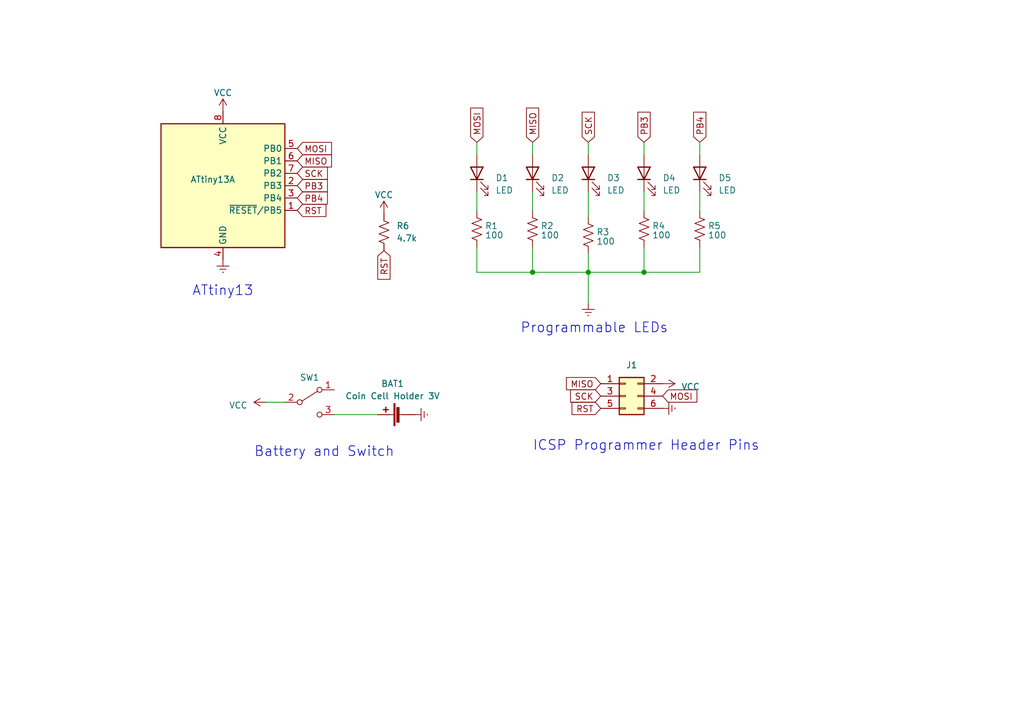
<source format=kicad_sch>
(kicad_sch (version 20230121) (generator eeschema)

  (uuid 5df35fb8-dff4-4661-b07b-6cca2458bfeb)

  (paper "A5")

  (title_block
    (title "Programmable ICSP Star Necklace")
    (date "2024-03-22")
    (rev "1")
    (company "Angelina Tsuboi")
  )

  (lib_symbols
    (symbol "Connector_Generic:Conn_02x03_Odd_Even" (pin_names (offset 1.016) hide) (in_bom yes) (on_board yes)
      (property "Reference" "J" (at 1.27 5.08 0)
        (effects (font (size 1.27 1.27)))
      )
      (property "Value" "Conn_02x03_Odd_Even" (at 1.27 -5.08 0)
        (effects (font (size 1.27 1.27)))
      )
      (property "Footprint" "" (at 0 0 0)
        (effects (font (size 1.27 1.27)) hide)
      )
      (property "Datasheet" "~" (at 0 0 0)
        (effects (font (size 1.27 1.27)) hide)
      )
      (property "ki_keywords" "connector" (at 0 0 0)
        (effects (font (size 1.27 1.27)) hide)
      )
      (property "ki_description" "Generic connector, double row, 02x03, odd/even pin numbering scheme (row 1 odd numbers, row 2 even numbers), script generated (kicad-library-utils/schlib/autogen/connector/)" (at 0 0 0)
        (effects (font (size 1.27 1.27)) hide)
      )
      (property "ki_fp_filters" "Connector*:*_2x??_*" (at 0 0 0)
        (effects (font (size 1.27 1.27)) hide)
      )
      (symbol "Conn_02x03_Odd_Even_1_1"
        (rectangle (start -1.27 -2.413) (end 0 -2.667)
          (stroke (width 0.1524) (type default))
          (fill (type none))
        )
        (rectangle (start -1.27 0.127) (end 0 -0.127)
          (stroke (width 0.1524) (type default))
          (fill (type none))
        )
        (rectangle (start -1.27 2.667) (end 0 2.413)
          (stroke (width 0.1524) (type default))
          (fill (type none))
        )
        (rectangle (start -1.27 3.81) (end 3.81 -3.81)
          (stroke (width 0.254) (type default))
          (fill (type background))
        )
        (rectangle (start 3.81 -2.413) (end 2.54 -2.667)
          (stroke (width 0.1524) (type default))
          (fill (type none))
        )
        (rectangle (start 3.81 0.127) (end 2.54 -0.127)
          (stroke (width 0.1524) (type default))
          (fill (type none))
        )
        (rectangle (start 3.81 2.667) (end 2.54 2.413)
          (stroke (width 0.1524) (type default))
          (fill (type none))
        )
        (pin passive line (at -5.08 2.54 0) (length 3.81)
          (name "Pin_1" (effects (font (size 1.27 1.27))))
          (number "1" (effects (font (size 1.27 1.27))))
        )
        (pin passive line (at 7.62 2.54 180) (length 3.81)
          (name "Pin_2" (effects (font (size 1.27 1.27))))
          (number "2" (effects (font (size 1.27 1.27))))
        )
        (pin passive line (at -5.08 0 0) (length 3.81)
          (name "Pin_3" (effects (font (size 1.27 1.27))))
          (number "3" (effects (font (size 1.27 1.27))))
        )
        (pin passive line (at 7.62 0 180) (length 3.81)
          (name "Pin_4" (effects (font (size 1.27 1.27))))
          (number "4" (effects (font (size 1.27 1.27))))
        )
        (pin passive line (at -5.08 -2.54 0) (length 3.81)
          (name "Pin_5" (effects (font (size 1.27 1.27))))
          (number "5" (effects (font (size 1.27 1.27))))
        )
        (pin passive line (at 7.62 -2.54 180) (length 3.81)
          (name "Pin_6" (effects (font (size 1.27 1.27))))
          (number "6" (effects (font (size 1.27 1.27))))
        )
      )
    )
    (symbol "Device:Battery_Cell" (pin_numbers hide) (pin_names (offset 0) hide) (in_bom yes) (on_board yes)
      (property "Reference" "BT" (at 2.54 2.54 0)
        (effects (font (size 1.27 1.27)) (justify left))
      )
      (property "Value" "Battery_Cell" (at 2.54 0 0)
        (effects (font (size 1.27 1.27)) (justify left))
      )
      (property "Footprint" "" (at 0 1.524 90)
        (effects (font (size 1.27 1.27)) hide)
      )
      (property "Datasheet" "~" (at 0 1.524 90)
        (effects (font (size 1.27 1.27)) hide)
      )
      (property "ki_keywords" "battery cell" (at 0 0 0)
        (effects (font (size 1.27 1.27)) hide)
      )
      (property "ki_description" "Single-cell battery" (at 0 0 0)
        (effects (font (size 1.27 1.27)) hide)
      )
      (symbol "Battery_Cell_0_1"
        (rectangle (start -2.286 1.778) (end 2.286 1.524)
          (stroke (width 0) (type default))
          (fill (type outline))
        )
        (rectangle (start -1.5748 1.1938) (end 1.4732 0.6858)
          (stroke (width 0) (type default))
          (fill (type outline))
        )
        (polyline
          (pts
            (xy 0 0.762)
            (xy 0 0)
          )
          (stroke (width 0) (type default))
          (fill (type none))
        )
        (polyline
          (pts
            (xy 0 1.778)
            (xy 0 2.54)
          )
          (stroke (width 0) (type default))
          (fill (type none))
        )
        (polyline
          (pts
            (xy 0.508 3.429)
            (xy 1.524 3.429)
          )
          (stroke (width 0.254) (type default))
          (fill (type none))
        )
        (polyline
          (pts
            (xy 1.016 3.937)
            (xy 1.016 2.921)
          )
          (stroke (width 0.254) (type default))
          (fill (type none))
        )
      )
      (symbol "Battery_Cell_1_1"
        (pin passive line (at 0 5.08 270) (length 2.54)
          (name "+" (effects (font (size 1.27 1.27))))
          (number "1" (effects (font (size 1.27 1.27))))
        )
        (pin passive line (at 0 -2.54 90) (length 2.54)
          (name "-" (effects (font (size 1.27 1.27))))
          (number "2" (effects (font (size 1.27 1.27))))
        )
      )
    )
    (symbol "Device:LED" (pin_numbers hide) (pin_names (offset 1.016) hide) (in_bom yes) (on_board yes)
      (property "Reference" "D" (at 0 2.54 0)
        (effects (font (size 1.27 1.27)))
      )
      (property "Value" "LED" (at 0 -2.54 0)
        (effects (font (size 1.27 1.27)))
      )
      (property "Footprint" "" (at 0 0 0)
        (effects (font (size 1.27 1.27)) hide)
      )
      (property "Datasheet" "~" (at 0 0 0)
        (effects (font (size 1.27 1.27)) hide)
      )
      (property "ki_keywords" "LED diode" (at 0 0 0)
        (effects (font (size 1.27 1.27)) hide)
      )
      (property "ki_description" "Light emitting diode" (at 0 0 0)
        (effects (font (size 1.27 1.27)) hide)
      )
      (property "ki_fp_filters" "LED* LED_SMD:* LED_THT:*" (at 0 0 0)
        (effects (font (size 1.27 1.27)) hide)
      )
      (symbol "LED_0_1"
        (polyline
          (pts
            (xy -1.27 -1.27)
            (xy -1.27 1.27)
          )
          (stroke (width 0.254) (type default))
          (fill (type none))
        )
        (polyline
          (pts
            (xy -1.27 0)
            (xy 1.27 0)
          )
          (stroke (width 0) (type default))
          (fill (type none))
        )
        (polyline
          (pts
            (xy 1.27 -1.27)
            (xy 1.27 1.27)
            (xy -1.27 0)
            (xy 1.27 -1.27)
          )
          (stroke (width 0.254) (type default))
          (fill (type none))
        )
        (polyline
          (pts
            (xy -3.048 -0.762)
            (xy -4.572 -2.286)
            (xy -3.81 -2.286)
            (xy -4.572 -2.286)
            (xy -4.572 -1.524)
          )
          (stroke (width 0) (type default))
          (fill (type none))
        )
        (polyline
          (pts
            (xy -1.778 -0.762)
            (xy -3.302 -2.286)
            (xy -2.54 -2.286)
            (xy -3.302 -2.286)
            (xy -3.302 -1.524)
          )
          (stroke (width 0) (type default))
          (fill (type none))
        )
      )
      (symbol "LED_1_1"
        (pin passive line (at -3.81 0 0) (length 2.54)
          (name "K" (effects (font (size 1.27 1.27))))
          (number "1" (effects (font (size 1.27 1.27))))
        )
        (pin passive line (at 3.81 0 180) (length 2.54)
          (name "A" (effects (font (size 1.27 1.27))))
          (number "2" (effects (font (size 1.27 1.27))))
        )
      )
    )
    (symbol "Device:R_US" (pin_numbers hide) (pin_names (offset 0)) (in_bom yes) (on_board yes)
      (property "Reference" "R" (at 2.54 0 90)
        (effects (font (size 1.27 1.27)))
      )
      (property "Value" "R_US" (at -2.54 0 90)
        (effects (font (size 1.27 1.27)))
      )
      (property "Footprint" "" (at 1.016 -0.254 90)
        (effects (font (size 1.27 1.27)) hide)
      )
      (property "Datasheet" "~" (at 0 0 0)
        (effects (font (size 1.27 1.27)) hide)
      )
      (property "ki_keywords" "R res resistor" (at 0 0 0)
        (effects (font (size 1.27 1.27)) hide)
      )
      (property "ki_description" "Resistor, US symbol" (at 0 0 0)
        (effects (font (size 1.27 1.27)) hide)
      )
      (property "ki_fp_filters" "R_*" (at 0 0 0)
        (effects (font (size 1.27 1.27)) hide)
      )
      (symbol "R_US_0_1"
        (polyline
          (pts
            (xy 0 -2.286)
            (xy 0 -2.54)
          )
          (stroke (width 0) (type default))
          (fill (type none))
        )
        (polyline
          (pts
            (xy 0 2.286)
            (xy 0 2.54)
          )
          (stroke (width 0) (type default))
          (fill (type none))
        )
        (polyline
          (pts
            (xy 0 -0.762)
            (xy 1.016 -1.143)
            (xy 0 -1.524)
            (xy -1.016 -1.905)
            (xy 0 -2.286)
          )
          (stroke (width 0) (type default))
          (fill (type none))
        )
        (polyline
          (pts
            (xy 0 0.762)
            (xy 1.016 0.381)
            (xy 0 0)
            (xy -1.016 -0.381)
            (xy 0 -0.762)
          )
          (stroke (width 0) (type default))
          (fill (type none))
        )
        (polyline
          (pts
            (xy 0 2.286)
            (xy 1.016 1.905)
            (xy 0 1.524)
            (xy -1.016 1.143)
            (xy 0 0.762)
          )
          (stroke (width 0) (type default))
          (fill (type none))
        )
      )
      (symbol "R_US_1_1"
        (pin passive line (at 0 3.81 270) (length 1.27)
          (name "~" (effects (font (size 1.27 1.27))))
          (number "1" (effects (font (size 1.27 1.27))))
        )
        (pin passive line (at 0 -3.81 90) (length 1.27)
          (name "~" (effects (font (size 1.27 1.27))))
          (number "2" (effects (font (size 1.27 1.27))))
        )
      )
    )
    (symbol "MCU_Microchip_ATtiny:ATtiny13A-SS" (in_bom yes) (on_board yes)
      (property "Reference" "U" (at -12.7 13.97 0)
        (effects (font (size 1.27 1.27)) (justify left bottom))
      )
      (property "Value" "ATtiny13A-SS" (at 2.54 -13.97 0)
        (effects (font (size 1.27 1.27)) (justify left top))
      )
      (property "Footprint" "Package_SO:SOIC-8_3.9x4.9mm_P1.27mm" (at 0 0 0)
        (effects (font (size 1.27 1.27) italic) hide)
      )
      (property "Datasheet" "http://ww1.microchip.com/downloads/en/DeviceDoc/doc8126.pdf" (at 0 0 0)
        (effects (font (size 1.27 1.27)) hide)
      )
      (property "ki_keywords" "AVR 8bit Microcontroller tinyAVR" (at 0 0 0)
        (effects (font (size 1.27 1.27)) hide)
      )
      (property "ki_description" "20MHz, 1kB Flash, 64B SRAM, 64B EEPROM, debugWIRE, SOIC-8" (at 0 0 0)
        (effects (font (size 1.27 1.27)) hide)
      )
      (property "ki_fp_filters" "SOIC*3.9x4.9mm*P1.27mm*" (at 0 0 0)
        (effects (font (size 1.27 1.27)) hide)
      )
      (symbol "ATtiny13A-SS_0_1"
        (rectangle (start -12.7 -12.7) (end 12.7 12.7)
          (stroke (width 0.254) (type default))
          (fill (type background))
        )
      )
      (symbol "ATtiny13A-SS_1_1"
        (pin bidirectional line (at 15.24 -5.08 180) (length 2.54)
          (name "~{RESET}/PB5" (effects (font (size 1.27 1.27))))
          (number "1" (effects (font (size 1.27 1.27))))
        )
        (pin bidirectional line (at 15.24 0 180) (length 2.54)
          (name "PB3" (effects (font (size 1.27 1.27))))
          (number "2" (effects (font (size 1.27 1.27))))
        )
        (pin bidirectional line (at 15.24 -2.54 180) (length 2.54)
          (name "PB4" (effects (font (size 1.27 1.27))))
          (number "3" (effects (font (size 1.27 1.27))))
        )
        (pin power_in line (at 0 -15.24 90) (length 2.54)
          (name "GND" (effects (font (size 1.27 1.27))))
          (number "4" (effects (font (size 1.27 1.27))))
        )
        (pin bidirectional line (at 15.24 7.62 180) (length 2.54)
          (name "PB0" (effects (font (size 1.27 1.27))))
          (number "5" (effects (font (size 1.27 1.27))))
        )
        (pin bidirectional line (at 15.24 5.08 180) (length 2.54)
          (name "PB1" (effects (font (size 1.27 1.27))))
          (number "6" (effects (font (size 1.27 1.27))))
        )
        (pin bidirectional line (at 15.24 2.54 180) (length 2.54)
          (name "PB2" (effects (font (size 1.27 1.27))))
          (number "7" (effects (font (size 1.27 1.27))))
        )
        (pin power_in line (at 0 15.24 270) (length 2.54)
          (name "VCC" (effects (font (size 1.27 1.27))))
          (number "8" (effects (font (size 1.27 1.27))))
        )
      )
    )
    (symbol "Switch:SW_SPDT" (pin_names (offset 0) hide) (in_bom yes) (on_board yes)
      (property "Reference" "SW" (at 0 4.318 0)
        (effects (font (size 1.27 1.27)))
      )
      (property "Value" "SW_SPDT" (at 0 -5.08 0)
        (effects (font (size 1.27 1.27)))
      )
      (property "Footprint" "" (at 0 0 0)
        (effects (font (size 1.27 1.27)) hide)
      )
      (property "Datasheet" "~" (at 0 0 0)
        (effects (font (size 1.27 1.27)) hide)
      )
      (property "ki_keywords" "switch single-pole double-throw spdt ON-ON" (at 0 0 0)
        (effects (font (size 1.27 1.27)) hide)
      )
      (property "ki_description" "Switch, single pole double throw" (at 0 0 0)
        (effects (font (size 1.27 1.27)) hide)
      )
      (symbol "SW_SPDT_0_0"
        (circle (center -2.032 0) (radius 0.508)
          (stroke (width 0) (type default))
          (fill (type none))
        )
        (circle (center 2.032 -2.54) (radius 0.508)
          (stroke (width 0) (type default))
          (fill (type none))
        )
      )
      (symbol "SW_SPDT_0_1"
        (polyline
          (pts
            (xy -1.524 0.254)
            (xy 1.651 2.286)
          )
          (stroke (width 0) (type default))
          (fill (type none))
        )
        (circle (center 2.032 2.54) (radius 0.508)
          (stroke (width 0) (type default))
          (fill (type none))
        )
      )
      (symbol "SW_SPDT_1_1"
        (pin passive line (at 5.08 2.54 180) (length 2.54)
          (name "A" (effects (font (size 1.27 1.27))))
          (number "1" (effects (font (size 1.27 1.27))))
        )
        (pin passive line (at -5.08 0 0) (length 2.54)
          (name "B" (effects (font (size 1.27 1.27))))
          (number "2" (effects (font (size 1.27 1.27))))
        )
        (pin passive line (at 5.08 -2.54 180) (length 2.54)
          (name "C" (effects (font (size 1.27 1.27))))
          (number "3" (effects (font (size 1.27 1.27))))
        )
      )
    )
    (symbol "power:GNDREF" (power) (pin_names (offset 0)) (in_bom yes) (on_board yes)
      (property "Reference" "#PWR" (at 0 -6.35 0)
        (effects (font (size 1.27 1.27)) hide)
      )
      (property "Value" "GNDREF" (at 0 -3.81 0)
        (effects (font (size 1.27 1.27)))
      )
      (property "Footprint" "" (at 0 0 0)
        (effects (font (size 1.27 1.27)) hide)
      )
      (property "Datasheet" "" (at 0 0 0)
        (effects (font (size 1.27 1.27)) hide)
      )
      (property "ki_keywords" "global power" (at 0 0 0)
        (effects (font (size 1.27 1.27)) hide)
      )
      (property "ki_description" "Power symbol creates a global label with name \"GNDREF\" , reference supply ground" (at 0 0 0)
        (effects (font (size 1.27 1.27)) hide)
      )
      (symbol "GNDREF_0_1"
        (polyline
          (pts
            (xy -0.635 -1.905)
            (xy 0.635 -1.905)
          )
          (stroke (width 0) (type default))
          (fill (type none))
        )
        (polyline
          (pts
            (xy -0.127 -2.54)
            (xy 0.127 -2.54)
          )
          (stroke (width 0) (type default))
          (fill (type none))
        )
        (polyline
          (pts
            (xy 0 -1.27)
            (xy 0 0)
          )
          (stroke (width 0) (type default))
          (fill (type none))
        )
        (polyline
          (pts
            (xy 1.27 -1.27)
            (xy -1.27 -1.27)
          )
          (stroke (width 0) (type default))
          (fill (type none))
        )
      )
      (symbol "GNDREF_1_1"
        (pin power_in line (at 0 0 270) (length 0) hide
          (name "GNDREF" (effects (font (size 1.27 1.27))))
          (number "1" (effects (font (size 1.27 1.27))))
        )
      )
    )
    (symbol "power:VCC" (power) (pin_names (offset 0)) (in_bom yes) (on_board yes)
      (property "Reference" "#PWR" (at 0 -3.81 0)
        (effects (font (size 1.27 1.27)) hide)
      )
      (property "Value" "VCC" (at 0 3.81 0)
        (effects (font (size 1.27 1.27)))
      )
      (property "Footprint" "" (at 0 0 0)
        (effects (font (size 1.27 1.27)) hide)
      )
      (property "Datasheet" "" (at 0 0 0)
        (effects (font (size 1.27 1.27)) hide)
      )
      (property "ki_keywords" "global power" (at 0 0 0)
        (effects (font (size 1.27 1.27)) hide)
      )
      (property "ki_description" "Power symbol creates a global label with name \"VCC\"" (at 0 0 0)
        (effects (font (size 1.27 1.27)) hide)
      )
      (symbol "VCC_0_1"
        (polyline
          (pts
            (xy -0.762 1.27)
            (xy 0 2.54)
          )
          (stroke (width 0) (type default))
          (fill (type none))
        )
        (polyline
          (pts
            (xy 0 0)
            (xy 0 2.54)
          )
          (stroke (width 0) (type default))
          (fill (type none))
        )
        (polyline
          (pts
            (xy 0 2.54)
            (xy 0.762 1.27)
          )
          (stroke (width 0) (type default))
          (fill (type none))
        )
      )
      (symbol "VCC_1_1"
        (pin power_in line (at 0 0 90) (length 0) hide
          (name "VCC" (effects (font (size 1.27 1.27))))
          (number "1" (effects (font (size 1.27 1.27))))
        )
      )
    )
  )

  (junction (at 109.22 55.88) (diameter 0) (color 0 0 0 0)
    (uuid 1ff48e12-76ce-409f-ad3d-9f885913ea31)
  )
  (junction (at 132.08 55.88) (diameter 0) (color 0 0 0 0)
    (uuid 5ff801cb-c952-47f6-a7af-b8c6e8e2cc20)
  )
  (junction (at 120.65 55.88) (diameter 0) (color 0 0 0 0)
    (uuid a8d0f9ec-e878-4c85-82cb-1ee4d88e12da)
  )

  (wire (pts (xy 109.22 50.8) (xy 109.22 55.88))
    (stroke (width 0) (type default))
    (uuid 031ef8d5-16bb-4651-a6f6-fe1cb797406e)
  )
  (wire (pts (xy 143.51 50.8) (xy 143.51 55.88))
    (stroke (width 0) (type default))
    (uuid 04d2006f-cbb3-4437-b4d1-09ac767fcf01)
  )
  (wire (pts (xy 109.22 43.18) (xy 109.22 39.37))
    (stroke (width 0) (type default))
    (uuid 04f3d2e1-7f3c-4282-91c7-4b74edfb9d51)
  )
  (wire (pts (xy 120.65 52.07) (xy 120.65 55.88))
    (stroke (width 0) (type default))
    (uuid 1c9143c6-57eb-4f9b-a723-8b0781059326)
  )
  (wire (pts (xy 132.08 39.37) (xy 132.08 43.18))
    (stroke (width 0) (type default))
    (uuid 421d66ec-b922-4d54-b506-5e6ed0d464c2)
  )
  (wire (pts (xy 97.79 39.37) (xy 97.79 43.18))
    (stroke (width 0) (type default))
    (uuid 4a9ae7c0-ce01-4184-9dfd-76076c9f9d70)
  )
  (wire (pts (xy 109.22 29.21) (xy 109.22 31.75))
    (stroke (width 0) (type default))
    (uuid 4defa30b-0d4e-47c4-b219-fd87b1a3c6d0)
  )
  (wire (pts (xy 143.51 29.21) (xy 143.51 31.75))
    (stroke (width 0) (type default))
    (uuid 5baef796-f8b9-43a0-af10-be144511c49b)
  )
  (wire (pts (xy 120.65 55.88) (xy 132.08 55.88))
    (stroke (width 0) (type default))
    (uuid 6de7971a-26e8-4495-8ae4-0324d2317b40)
  )
  (wire (pts (xy 132.08 55.88) (xy 143.51 55.88))
    (stroke (width 0) (type default))
    (uuid 91815d02-eb6f-4a9d-af5e-58f1cdc2cbf5)
  )
  (wire (pts (xy 120.65 39.37) (xy 120.65 44.45))
    (stroke (width 0) (type default))
    (uuid 9783657d-0a7d-4b2f-bf27-1ada1735c84a)
  )
  (wire (pts (xy 54.61 82.55) (xy 58.42 82.55))
    (stroke (width 0) (type default))
    (uuid a321a3c3-50df-45d1-8ff9-b0ab9ff5eadc)
  )
  (wire (pts (xy 97.79 31.75) (xy 97.79 29.21))
    (stroke (width 0) (type default))
    (uuid a61cbff4-588a-4a55-940c-3efdeac8cf9c)
  )
  (wire (pts (xy 109.22 55.88) (xy 120.65 55.88))
    (stroke (width 0) (type default))
    (uuid a913afc2-c8e6-4339-bc03-9c6d0f764751)
  )
  (wire (pts (xy 120.65 29.21) (xy 120.65 31.75))
    (stroke (width 0) (type default))
    (uuid c1f0ec5a-c361-4057-abb9-34906388dff8)
  )
  (wire (pts (xy 120.65 55.88) (xy 120.65 62.23))
    (stroke (width 0) (type default))
    (uuid c9778467-30fc-4e92-9a74-4b79067c5bd6)
  )
  (wire (pts (xy 132.08 29.21) (xy 132.08 31.75))
    (stroke (width 0) (type default))
    (uuid db63ceed-9f23-4b12-b697-a73e6fa7f5fe)
  )
  (wire (pts (xy 97.79 50.8) (xy 97.79 55.88))
    (stroke (width 0) (type default))
    (uuid dbc0bed7-cff4-4b51-867a-a2745f25dea7)
  )
  (wire (pts (xy 68.58 85.09) (xy 77.47 85.09))
    (stroke (width 0) (type default))
    (uuid de799b04-9c90-4e4c-a145-32de872a8ff6)
  )
  (wire (pts (xy 132.08 50.8) (xy 132.08 55.88))
    (stroke (width 0) (type default))
    (uuid e5f5cc70-e77b-4599-8c4a-b8c3ca552e5b)
  )
  (wire (pts (xy 97.79 55.88) (xy 109.22 55.88))
    (stroke (width 0) (type default))
    (uuid f5dee9ea-365e-48fa-8f22-3a50f83ef4f0)
  )
  (wire (pts (xy 143.51 39.37) (xy 143.51 43.18))
    (stroke (width 0) (type default))
    (uuid f8206b7b-384e-4562-926b-5d7117a16baa)
  )

  (text "ICSP Programmer Header Pins\n" (at 109.22 92.71 0)
    (effects (font (size 2 2)) (justify left bottom))
    (uuid 1379da6a-00f2-436f-9bec-193a1da80cd1)
  )
  (text "ATtiny13\n" (at 39.37 60.96 0)
    (effects (font (size 2 2)) (justify left bottom))
    (uuid 2815ca4f-cd13-4691-becb-ed3cd53501a2)
  )
  (text "Programmable LEDs\n" (at 106.68 68.58 0)
    (effects (font (size 2 2)) (justify left bottom))
    (uuid 346875c0-9cc3-45d1-8582-2080d03a5712)
  )
  (text "Battery and Switch\n" (at 52.07 93.98 0)
    (effects (font (size 2 2)) (justify left bottom))
    (uuid 77d1474d-b124-453e-bb16-6bbef9e46a93)
  )

  (global_label "MOSI" (shape input) (at 60.96 30.48 0) (fields_autoplaced)
    (effects (font (size 1.27 1.27)) (justify left))
    (uuid 185b9be4-eb18-4610-bbcc-499ee1d4c725)
    (property "Intersheetrefs" "${INTERSHEET_REFS}" (at 68.462 30.48 0)
      (effects (font (size 1.27 1.27)) (justify left) hide)
    )
  )
  (global_label "MISO" (shape input) (at 123.19 78.74 180) (fields_autoplaced)
    (effects (font (size 1.27 1.27)) (justify right))
    (uuid 249b89c8-6279-47d6-94b4-b664f0bd0df1)
    (property "Intersheetrefs" "${INTERSHEET_REFS}" (at 115.688 78.74 0)
      (effects (font (size 1.27 1.27)) (justify right) hide)
    )
  )
  (global_label "RST" (shape input) (at 78.74 51.435 270) (fields_autoplaced)
    (effects (font (size 1.27 1.27)) (justify right))
    (uuid 2ed13907-6d67-452e-a5f6-5c08532cac1f)
    (property "Intersheetrefs" "${INTERSHEET_REFS}" (at 78.74 57.8673 90)
      (effects (font (size 1.27 1.27)) (justify right) hide)
    )
  )
  (global_label "RST" (shape input) (at 60.96 43.18 0) (fields_autoplaced)
    (effects (font (size 1.27 1.27)) (justify left))
    (uuid 3e3d408c-84a0-441b-b5eb-3e10e1e006da)
    (property "Intersheetrefs" "${INTERSHEET_REFS}" (at 67.3129 43.18 0)
      (effects (font (size 1.27 1.27)) (justify left) hide)
    )
  )
  (global_label "PB3" (shape input) (at 132.08 29.21 90) (fields_autoplaced)
    (effects (font (size 1.27 1.27)) (justify left))
    (uuid 524977c1-99ff-4331-9298-68df87ccaa0d)
    (property "Intersheetrefs" "${INTERSHEET_REFS}" (at 132.08 22.5547 90)
      (effects (font (size 1.27 1.27)) (justify left) hide)
    )
  )
  (global_label "SCK" (shape input) (at 60.96 35.56 0) (fields_autoplaced)
    (effects (font (size 1.27 1.27)) (justify left))
    (uuid 562ffdde-e663-42e9-8805-609e1241444b)
    (property "Intersheetrefs" "${INTERSHEET_REFS}" (at 67.6153 35.56 0)
      (effects (font (size 1.27 1.27)) (justify left) hide)
    )
  )
  (global_label "MISO" (shape input) (at 60.96 33.02 0) (fields_autoplaced)
    (effects (font (size 1.27 1.27)) (justify left))
    (uuid 678415f1-762f-44e2-95e4-7a66d9233b96)
    (property "Intersheetrefs" "${INTERSHEET_REFS}" (at 68.462 33.02 0)
      (effects (font (size 1.27 1.27)) (justify left) hide)
    )
  )
  (global_label "MOSI" (shape input) (at 135.89 81.28 0) (fields_autoplaced)
    (effects (font (size 1.27 1.27)) (justify left))
    (uuid 6a6f77e3-3f8d-479e-9f23-3cc9276f17db)
    (property "Intersheetrefs" "${INTERSHEET_REFS}" (at 143.392 81.28 0)
      (effects (font (size 1.27 1.27)) (justify left) hide)
    )
  )
  (global_label "MOSI" (shape input) (at 97.79 29.21 90) (fields_autoplaced)
    (effects (font (size 1.27 1.27)) (justify left))
    (uuid 6ed1faae-4301-4e8a-95fa-e6b3864c0814)
    (property "Intersheetrefs" "${INTERSHEET_REFS}" (at 97.79 21.708 90)
      (effects (font (size 1.27 1.27)) (justify left) hide)
    )
  )
  (global_label "PB4" (shape input) (at 60.96 40.64 0) (fields_autoplaced)
    (effects (font (size 1.27 1.27)) (justify left))
    (uuid 977fa15c-cfa6-49b2-80be-eb3846b41c9a)
    (property "Intersheetrefs" "${INTERSHEET_REFS}" (at 67.6153 40.64 0)
      (effects (font (size 1.27 1.27)) (justify left) hide)
    )
  )
  (global_label "SCK" (shape input) (at 123.19 81.28 180) (fields_autoplaced)
    (effects (font (size 1.27 1.27)) (justify right))
    (uuid b568eb03-207a-433d-b994-8754cfbff280)
    (property "Intersheetrefs" "${INTERSHEET_REFS}" (at 116.5347 81.28 0)
      (effects (font (size 1.27 1.27)) (justify right) hide)
    )
  )
  (global_label "SCK" (shape input) (at 120.65 29.21 90) (fields_autoplaced)
    (effects (font (size 1.27 1.27)) (justify left))
    (uuid bebfca12-4f3d-4d5b-bf4c-25a9d1667952)
    (property "Intersheetrefs" "${INTERSHEET_REFS}" (at 120.65 22.5547 90)
      (effects (font (size 1.27 1.27)) (justify left) hide)
    )
  )
  (global_label "PB4" (shape input) (at 143.51 29.21 90) (fields_autoplaced)
    (effects (font (size 1.27 1.27)) (justify left))
    (uuid c4966a72-ef04-45ae-b834-6ad9026e908a)
    (property "Intersheetrefs" "${INTERSHEET_REFS}" (at 143.51 22.5547 90)
      (effects (font (size 1.27 1.27)) (justify left) hide)
    )
  )
  (global_label "PB3" (shape input) (at 60.96 38.1 0) (fields_autoplaced)
    (effects (font (size 1.27 1.27)) (justify left))
    (uuid c93b01e6-6f93-4f3c-8d05-4be8ee82ebf9)
    (property "Intersheetrefs" "${INTERSHEET_REFS}" (at 67.6153 38.1 0)
      (effects (font (size 1.27 1.27)) (justify left) hide)
    )
  )
  (global_label "RST" (shape input) (at 123.19 83.82 180) (fields_autoplaced)
    (effects (font (size 1.27 1.27)) (justify right))
    (uuid cf283916-d0d6-4cc4-b0ac-fe370bfbb844)
    (property "Intersheetrefs" "${INTERSHEET_REFS}" (at 116.8371 83.82 0)
      (effects (font (size 1.27 1.27)) (justify right) hide)
    )
  )
  (global_label "MISO" (shape input) (at 109.22 29.21 90) (fields_autoplaced)
    (effects (font (size 1.27 1.27)) (justify left))
    (uuid e6ec536d-0c88-49b8-8ab2-71b1e71c3327)
    (property "Intersheetrefs" "${INTERSHEET_REFS}" (at 109.22 21.708 90)
      (effects (font (size 1.27 1.27)) (justify left) hide)
    )
  )

  (symbol (lib_id "Device:R_US") (at 132.08 46.99 0) (unit 1)
    (in_bom yes) (on_board yes) (dnp no) (fields_autoplaced)
    (uuid 136a0977-3bba-4f5d-8f6c-f2c96e0bed4e)
    (property "Reference" "R1" (at 133.731 46.3463 0)
      (effects (font (size 1.27 1.27)) (justify left))
    )
    (property "Value" "100" (at 133.731 48.2673 0)
      (effects (font (size 1.27 1.27)) (justify left))
    )
    (property "Footprint" "Resistor_SMD:R_0805_2012Metric" (at 133.096 47.244 90)
      (effects (font (size 1.27 1.27)) hide)
    )
    (property "Datasheet" "~" (at 132.08 46.99 0)
      (effects (font (size 1.27 1.27)) hide)
    )
    (pin "1" (uuid cc129885-7f8c-4b84-8390-17574057e54d))
    (pin "2" (uuid ec68c991-e88b-432a-bb9b-0ff3391b4098))
    (instances
      (project "Sakura"
        (path "/35468790-7125-409f-aa2b-86673bff68d9"
          (reference "R1") (unit 1)
        )
      )
      (project "StarNecklace"
        (path "/5df35fb8-dff4-4661-b07b-6cca2458bfeb"
          (reference "R4") (unit 1)
        )
      )
    )
  )

  (symbol (lib_id "Device:R_US") (at 109.22 46.99 0) (unit 1)
    (in_bom yes) (on_board yes) (dnp no) (fields_autoplaced)
    (uuid 3e775612-790e-4445-873b-88298f238874)
    (property "Reference" "R1" (at 110.871 46.3463 0)
      (effects (font (size 1.27 1.27)) (justify left))
    )
    (property "Value" "100" (at 110.871 48.2673 0)
      (effects (font (size 1.27 1.27)) (justify left))
    )
    (property "Footprint" "Resistor_SMD:R_0805_2012Metric" (at 110.236 47.244 90)
      (effects (font (size 1.27 1.27)) hide)
    )
    (property "Datasheet" "~" (at 109.22 46.99 0)
      (effects (font (size 1.27 1.27)) hide)
    )
    (pin "1" (uuid 366743df-b97e-4596-a0b2-ee950a7d5b4c))
    (pin "2" (uuid 39bd4cce-3630-44e1-80e0-03d3ac743f85))
    (instances
      (project "Sakura"
        (path "/35468790-7125-409f-aa2b-86673bff68d9"
          (reference "R1") (unit 1)
        )
      )
      (project "StarNecklace"
        (path "/5df35fb8-dff4-4661-b07b-6cca2458bfeb"
          (reference "R2") (unit 1)
        )
      )
    )
  )

  (symbol (lib_id "Device:LED") (at 120.65 35.56 90) (unit 1)
    (in_bom yes) (on_board yes) (dnp no) (fields_autoplaced)
    (uuid 406c985f-9672-435f-a1de-b5b07445ab4d)
    (property "Reference" "D4" (at 124.46 36.5125 90)
      (effects (font (size 1.27 1.27)) (justify right))
    )
    (property "Value" "LED" (at 124.46 39.0525 90)
      (effects (font (size 1.27 1.27)) (justify right))
    )
    (property "Footprint" "LED_SMD:LED_0603_1608Metric" (at 120.65 35.56 0)
      (effects (font (size 1.27 1.27)) hide)
    )
    (property "Datasheet" "~" (at 120.65 35.56 0)
      (effects (font (size 1.27 1.27)) hide)
    )
    (pin "1" (uuid 0a63c072-ce15-4da2-a41d-6e72f221b368))
    (pin "2" (uuid 2360c243-99cf-4876-ae5e-438c0af11403))
    (instances
      (project "Sakura"
        (path "/35468790-7125-409f-aa2b-86673bff68d9"
          (reference "D4") (unit 1)
        )
      )
      (project "StarNecklace"
        (path "/5df35fb8-dff4-4661-b07b-6cca2458bfeb"
          (reference "D3") (unit 1)
        )
      )
    )
  )

  (symbol (lib_id "Device:R_US") (at 78.74 47.625 0) (unit 1)
    (in_bom yes) (on_board yes) (dnp no) (fields_autoplaced)
    (uuid 4d336214-10da-4535-9261-062cada50861)
    (property "Reference" "R6" (at 81.28 46.355 0)
      (effects (font (size 1.27 1.27)) (justify left))
    )
    (property "Value" "4.7k" (at 81.28 48.895 0)
      (effects (font (size 1.27 1.27)) (justify left))
    )
    (property "Footprint" "Resistor_SMD:R_0805_2012Metric" (at 79.756 47.879 90)
      (effects (font (size 1.27 1.27)) hide)
    )
    (property "Datasheet" "~" (at 78.74 47.625 0)
      (effects (font (size 1.27 1.27)) hide)
    )
    (pin "1" (uuid 7ffa48a2-b45c-480b-b5b1-dbd7766956e8))
    (pin "2" (uuid 4d81c264-9c62-4241-b334-40bbc95e49c5))
    (instances
      (project "StarNecklace"
        (path "/5df35fb8-dff4-4661-b07b-6cca2458bfeb"
          (reference "R6") (unit 1)
        )
      )
    )
  )

  (symbol (lib_id "power:GNDREF") (at 120.65 62.23 0) (unit 1)
    (in_bom yes) (on_board yes) (dnp no) (fields_autoplaced)
    (uuid 59aba042-4fa7-4341-b34c-79a1ffe7d755)
    (property "Reference" "#PWR012" (at 120.65 68.58 0)
      (effects (font (size 1.27 1.27)) hide)
    )
    (property "Value" "GNDREF" (at 120.65 67.31 0)
      (effects (font (size 1.27 1.27)) hide)
    )
    (property "Footprint" "" (at 120.65 62.23 0)
      (effects (font (size 1.27 1.27)) hide)
    )
    (property "Datasheet" "" (at 120.65 62.23 0)
      (effects (font (size 1.27 1.27)) hide)
    )
    (pin "1" (uuid 31bc6507-1a1d-48fd-ba75-8cc5b171d749))
    (instances
      (project "Sakura"
        (path "/35468790-7125-409f-aa2b-86673bff68d9"
          (reference "#PWR012") (unit 1)
        )
      )
      (project "StarNecklace"
        (path "/5df35fb8-dff4-4661-b07b-6cca2458bfeb"
          (reference "#PWR02") (unit 1)
        )
      )
    )
  )

  (symbol (lib_id "Device:LED") (at 97.79 35.56 90) (unit 1)
    (in_bom yes) (on_board yes) (dnp no) (fields_autoplaced)
    (uuid 60c2411c-01b8-4835-807f-ee598b8152df)
    (property "Reference" "D2" (at 101.6 36.5125 90)
      (effects (font (size 1.27 1.27)) (justify right))
    )
    (property "Value" "LED" (at 101.6 39.0525 90)
      (effects (font (size 1.27 1.27)) (justify right))
    )
    (property "Footprint" "LED_SMD:LED_0603_1608Metric" (at 97.79 35.56 0)
      (effects (font (size 1.27 1.27)) hide)
    )
    (property "Datasheet" "~" (at 97.79 35.56 0)
      (effects (font (size 1.27 1.27)) hide)
    )
    (pin "1" (uuid 2a620cfe-e07d-4d41-8cfe-e5d05ca03b51))
    (pin "2" (uuid 9ab778ed-b350-4335-9037-0c4bb3768412))
    (instances
      (project "Sakura"
        (path "/35468790-7125-409f-aa2b-86673bff68d9"
          (reference "D2") (unit 1)
        )
      )
      (project "StarNecklace"
        (path "/5df35fb8-dff4-4661-b07b-6cca2458bfeb"
          (reference "D1") (unit 1)
        )
      )
    )
  )

  (symbol (lib_id "power:GNDREF") (at 85.09 85.09 90) (unit 1)
    (in_bom yes) (on_board yes) (dnp no) (fields_autoplaced)
    (uuid 635af54c-c897-4902-89b8-6b7c4c1732b2)
    (property "Reference" "#PWR06" (at 91.44 85.09 0)
      (effects (font (size 1.27 1.27)) hide)
    )
    (property "Value" "GNDREF" (at 90.17 85.09 0)
      (effects (font (size 1.27 1.27)) hide)
    )
    (property "Footprint" "" (at 85.09 85.09 0)
      (effects (font (size 1.27 1.27)) hide)
    )
    (property "Datasheet" "" (at 85.09 85.09 0)
      (effects (font (size 1.27 1.27)) hide)
    )
    (pin "1" (uuid a78be957-382a-42ab-9653-90697a610762))
    (instances
      (project "Sakura"
        (path "/35468790-7125-409f-aa2b-86673bff68d9"
          (reference "#PWR06") (unit 1)
        )
      )
      (project "StarNecklace"
        (path "/5df35fb8-dff4-4661-b07b-6cca2458bfeb"
          (reference "#PWR04") (unit 1)
        )
      )
    )
  )

  (symbol (lib_id "Device:LED") (at 132.08 35.56 90) (unit 1)
    (in_bom yes) (on_board yes) (dnp no) (fields_autoplaced)
    (uuid 6427cf70-8a77-4678-ac16-16752fc80a91)
    (property "Reference" "D5" (at 135.89 36.5125 90)
      (effects (font (size 1.27 1.27)) (justify right))
    )
    (property "Value" "LED" (at 135.89 39.0525 90)
      (effects (font (size 1.27 1.27)) (justify right))
    )
    (property "Footprint" "LED_SMD:LED_0603_1608Metric" (at 132.08 35.56 0)
      (effects (font (size 1.27 1.27)) hide)
    )
    (property "Datasheet" "~" (at 132.08 35.56 0)
      (effects (font (size 1.27 1.27)) hide)
    )
    (pin "1" (uuid 96550fb6-50ea-438f-959b-f9289f5d6d2c))
    (pin "2" (uuid 8eff4c6e-8d44-4176-9643-c11e70def88e))
    (instances
      (project "Sakura"
        (path "/35468790-7125-409f-aa2b-86673bff68d9"
          (reference "D5") (unit 1)
        )
      )
      (project "StarNecklace"
        (path "/5df35fb8-dff4-4661-b07b-6cca2458bfeb"
          (reference "D4") (unit 1)
        )
      )
    )
  )

  (symbol (lib_id "Device:LED") (at 143.51 35.56 90) (unit 1)
    (in_bom yes) (on_board yes) (dnp no) (fields_autoplaced)
    (uuid 6923bddd-358c-40d0-8feb-33a88c612d12)
    (property "Reference" "D6" (at 147.32 36.5125 90)
      (effects (font (size 1.27 1.27)) (justify right))
    )
    (property "Value" "LED" (at 147.32 39.0525 90)
      (effects (font (size 1.27 1.27)) (justify right))
    )
    (property "Footprint" "LED_SMD:LED_0603_1608Metric" (at 143.51 35.56 0)
      (effects (font (size 1.27 1.27)) hide)
    )
    (property "Datasheet" "~" (at 143.51 35.56 0)
      (effects (font (size 1.27 1.27)) hide)
    )
    (pin "1" (uuid f6190046-4ae2-45e8-8424-b21fdb3a824a))
    (pin "2" (uuid 8e3e8602-9b07-45f6-a397-f0e4aef87581))
    (instances
      (project "Sakura"
        (path "/35468790-7125-409f-aa2b-86673bff68d9"
          (reference "D6") (unit 1)
        )
      )
      (project "StarNecklace"
        (path "/5df35fb8-dff4-4661-b07b-6cca2458bfeb"
          (reference "D5") (unit 1)
        )
      )
    )
  )

  (symbol (lib_id "Device:R_US") (at 143.51 46.99 0) (unit 1)
    (in_bom yes) (on_board yes) (dnp no) (fields_autoplaced)
    (uuid 6b3ffeff-d314-4d02-9390-46625d0389aa)
    (property "Reference" "R1" (at 145.161 46.3463 0)
      (effects (font (size 1.27 1.27)) (justify left))
    )
    (property "Value" "100" (at 145.161 48.2673 0)
      (effects (font (size 1.27 1.27)) (justify left))
    )
    (property "Footprint" "Resistor_SMD:R_0805_2012Metric" (at 144.526 47.244 90)
      (effects (font (size 1.27 1.27)) hide)
    )
    (property "Datasheet" "~" (at 143.51 46.99 0)
      (effects (font (size 1.27 1.27)) hide)
    )
    (pin "1" (uuid 83a7915b-78c0-4c17-a30a-5251f2025331))
    (pin "2" (uuid 19b5b55f-e88d-455a-b814-0c768df14253))
    (instances
      (project "Sakura"
        (path "/35468790-7125-409f-aa2b-86673bff68d9"
          (reference "R1") (unit 1)
        )
      )
      (project "StarNecklace"
        (path "/5df35fb8-dff4-4661-b07b-6cca2458bfeb"
          (reference "R5") (unit 1)
        )
      )
    )
  )

  (symbol (lib_id "Switch:SW_SPDT") (at 63.5 82.55 0) (unit 1)
    (in_bom yes) (on_board yes) (dnp no)
    (uuid 72efdf6f-d8f3-407b-a5d8-45d7ddc60b6c)
    (property "Reference" "SW1" (at 63.5 77.47 0)
      (effects (font (size 1.27 1.27)))
    )
    (property "Value" "SW_SPDT" (at 63.5 78.74 0)
      (effects (font (size 1.27 1.27)) hide)
    )
    (property "Footprint" "Button_Switch_THT:Schiebeschalter_SS-12D00" (at 63.5 82.55 0)
      (effects (font (size 1.27 1.27)) hide)
    )
    (property "Datasheet" "~" (at 63.5 82.55 0)
      (effects (font (size 1.27 1.27)) hide)
    )
    (pin "1" (uuid 8935a3b6-54b7-4279-b41b-8ec767c75fed))
    (pin "2" (uuid 3f94ae81-282d-4e7e-9eca-690a04b1f2d7))
    (pin "3" (uuid bb18c3bc-bfc3-4727-9110-29b3f917efdd))
    (instances
      (project "Sakura"
        (path "/35468790-7125-409f-aa2b-86673bff68d9"
          (reference "SW1") (unit 1)
        )
      )
      (project "StarNecklace"
        (path "/5df35fb8-dff4-4661-b07b-6cca2458bfeb"
          (reference "SW1") (unit 1)
        )
      )
    )
  )

  (symbol (lib_id "power:GNDREF") (at 135.89 83.82 90) (unit 1)
    (in_bom yes) (on_board yes) (dnp no) (fields_autoplaced)
    (uuid 867991da-3fbb-4aa3-b221-4716a38e32e5)
    (property "Reference" "#PWR06" (at 142.24 83.82 0)
      (effects (font (size 1.27 1.27)) hide)
    )
    (property "Value" "GNDREF" (at 140.97 83.82 0)
      (effects (font (size 1.27 1.27)) hide)
    )
    (property "Footprint" "" (at 135.89 83.82 0)
      (effects (font (size 1.27 1.27)) hide)
    )
    (property "Datasheet" "" (at 135.89 83.82 0)
      (effects (font (size 1.27 1.27)) hide)
    )
    (pin "1" (uuid 11f155f2-f77e-412f-97d5-1e4316f4af63))
    (instances
      (project "Sakura"
        (path "/35468790-7125-409f-aa2b-86673bff68d9"
          (reference "#PWR06") (unit 1)
        )
      )
      (project "StarNecklace"
        (path "/5df35fb8-dff4-4661-b07b-6cca2458bfeb"
          (reference "#PWR07") (unit 1)
        )
      )
    )
  )

  (symbol (lib_id "Connector_Generic:Conn_02x03_Odd_Even") (at 128.27 81.28 0) (unit 1)
    (in_bom yes) (on_board yes) (dnp no)
    (uuid 8acf4e43-fd00-4383-b50f-7edab51ad184)
    (property "Reference" "J1" (at 129.54 74.93 0)
      (effects (font (size 1.27 1.27)))
    )
    (property "Value" "Conn_02x03_Odd_Even" (at 129.54 76.2 0)
      (effects (font (size 1.27 1.27)) hide)
    )
    (property "Footprint" "Connector_PinHeader_2.54mm:PinHeader_2x03_P2.54mm_Vertical" (at 128.27 81.28 0)
      (effects (font (size 1.27 1.27)) hide)
    )
    (property "Datasheet" "~" (at 128.27 81.28 0)
      (effects (font (size 1.27 1.27)) hide)
    )
    (pin "1" (uuid e8b55880-9b4d-4d93-8f52-fad3940a9a1e))
    (pin "2" (uuid 90443e35-4878-4e5c-85cb-ada9fcbf808f))
    (pin "3" (uuid d4734788-135d-49c3-82f1-c4b326732522))
    (pin "4" (uuid cc9612eb-7941-4084-8565-1e68dee70d00))
    (pin "5" (uuid f1b97ff5-ecf0-484b-8876-7dfe95f138a9))
    (pin "6" (uuid b6577035-3df9-4a09-9799-b00bfc9c1975))
    (instances
      (project "StarNecklace"
        (path "/5df35fb8-dff4-4661-b07b-6cca2458bfeb"
          (reference "J1") (unit 1)
        )
      )
    )
  )

  (symbol (lib_id "power:VCC") (at 135.89 78.74 270) (unit 1)
    (in_bom yes) (on_board yes) (dnp no) (fields_autoplaced)
    (uuid 8b7054e5-4a4d-4fb0-8ef5-239a8d198366)
    (property "Reference" "#PWR010" (at 132.08 78.74 0)
      (effects (font (size 1.27 1.27)) hide)
    )
    (property "Value" "VCC" (at 139.7 79.375 90)
      (effects (font (size 1.27 1.27)) (justify left))
    )
    (property "Footprint" "" (at 135.89 78.74 0)
      (effects (font (size 1.27 1.27)) hide)
    )
    (property "Datasheet" "" (at 135.89 78.74 0)
      (effects (font (size 1.27 1.27)) hide)
    )
    (pin "1" (uuid b152d47a-70b4-4551-bd2f-43f0c2165194))
    (instances
      (project "Sakura"
        (path "/35468790-7125-409f-aa2b-86673bff68d9"
          (reference "#PWR010") (unit 1)
        )
      )
      (project "StarNecklace"
        (path "/5df35fb8-dff4-4661-b07b-6cca2458bfeb"
          (reference "#PWR01") (unit 1)
        )
      )
    )
  )

  (symbol (lib_id "power:GNDREF") (at 45.72 53.34 0) (unit 1)
    (in_bom yes) (on_board yes) (dnp no) (fields_autoplaced)
    (uuid 99bbe372-2588-46f0-bacb-42d95d924387)
    (property "Reference" "#PWR04" (at 45.72 59.69 0)
      (effects (font (size 1.27 1.27)) hide)
    )
    (property "Value" "GNDREF" (at 45.72 58.42 0)
      (effects (font (size 1.27 1.27)) hide)
    )
    (property "Footprint" "" (at 45.72 53.34 0)
      (effects (font (size 1.27 1.27)) hide)
    )
    (property "Datasheet" "" (at 45.72 53.34 0)
      (effects (font (size 1.27 1.27)) hide)
    )
    (pin "1" (uuid ae0f2aa0-cc4d-4503-9e2b-da7e0b2c9792))
    (instances
      (project "Sakura"
        (path "/35468790-7125-409f-aa2b-86673bff68d9"
          (reference "#PWR04") (unit 1)
        )
      )
      (project "StarNecklace"
        (path "/5df35fb8-dff4-4661-b07b-6cca2458bfeb"
          (reference "#PWR06") (unit 1)
        )
      )
    )
  )

  (symbol (lib_id "power:VCC") (at 54.61 82.55 90) (unit 1)
    (in_bom yes) (on_board yes) (dnp no)
    (uuid 9d9f6e83-4bf4-43cd-b1ad-c968474e2095)
    (property "Reference" "#PWR02" (at 58.42 82.55 0)
      (effects (font (size 1.27 1.27)) hide)
    )
    (property "Value" "VCC" (at 50.8 83.185 90)
      (effects (font (size 1.27 1.27)) (justify left))
    )
    (property "Footprint" "" (at 54.61 82.55 0)
      (effects (font (size 1.27 1.27)) hide)
    )
    (property "Datasheet" "" (at 54.61 82.55 0)
      (effects (font (size 1.27 1.27)) hide)
    )
    (pin "1" (uuid 7bdf38af-3e61-4ba5-b15a-0e1ae695466e))
    (instances
      (project "Sakura"
        (path "/35468790-7125-409f-aa2b-86673bff68d9"
          (reference "#PWR02") (unit 1)
        )
      )
      (project "StarNecklace"
        (path "/5df35fb8-dff4-4661-b07b-6cca2458bfeb"
          (reference "#PWR03") (unit 1)
        )
      )
    )
  )

  (symbol (lib_id "power:VCC") (at 45.72 22.86 0) (unit 1)
    (in_bom yes) (on_board yes) (dnp no) (fields_autoplaced)
    (uuid a17f7b87-df39-4856-808d-546a411738db)
    (property "Reference" "#PWR010" (at 45.72 26.67 0)
      (effects (font (size 1.27 1.27)) hide)
    )
    (property "Value" "VCC" (at 45.72 19.05 0)
      (effects (font (size 1.27 1.27)))
    )
    (property "Footprint" "" (at 45.72 22.86 0)
      (effects (font (size 1.27 1.27)) hide)
    )
    (property "Datasheet" "" (at 45.72 22.86 0)
      (effects (font (size 1.27 1.27)) hide)
    )
    (pin "1" (uuid 433c208c-788d-459a-aaf9-5f8b73e72e6a))
    (instances
      (project "Sakura"
        (path "/35468790-7125-409f-aa2b-86673bff68d9"
          (reference "#PWR010") (unit 1)
        )
      )
      (project "StarNecklace"
        (path "/5df35fb8-dff4-4661-b07b-6cca2458bfeb"
          (reference "#PWR05") (unit 1)
        )
      )
    )
  )

  (symbol (lib_id "power:VCC") (at 78.74 43.815 0) (unit 1)
    (in_bom yes) (on_board yes) (dnp no) (fields_autoplaced)
    (uuid b08e83e6-9984-4b8b-9baa-ce843403337a)
    (property "Reference" "#PWR08" (at 78.74 47.625 0)
      (effects (font (size 1.27 1.27)) hide)
    )
    (property "Value" "VCC" (at 78.74 40.005 0)
      (effects (font (size 1.27 1.27)))
    )
    (property "Footprint" "" (at 78.74 43.815 0)
      (effects (font (size 1.27 1.27)) hide)
    )
    (property "Datasheet" "" (at 78.74 43.815 0)
      (effects (font (size 1.27 1.27)) hide)
    )
    (pin "1" (uuid b335d69c-48a7-44f3-933a-405f1a96b1a7))
    (instances
      (project "StarNecklace"
        (path "/5df35fb8-dff4-4661-b07b-6cca2458bfeb"
          (reference "#PWR08") (unit 1)
        )
      )
    )
  )

  (symbol (lib_id "Device:Battery_Cell") (at 82.55 85.09 90) (unit 1)
    (in_bom yes) (on_board yes) (dnp no) (fields_autoplaced)
    (uuid b6a81bf4-a099-4c31-95ec-cafab43ae47e)
    (property "Reference" "BAT1" (at 80.518 78.74 90)
      (effects (font (size 1.27 1.27)))
    )
    (property "Value" "Coin Cell Holder 3V" (at 80.518 81.28 90)
      (effects (font (size 1.27 1.27)))
    )
    (property "Footprint" "Battery:BatteryHolder_Keystone_1060_1x2032" (at 81.026 85.09 90)
      (effects (font (size 1.27 1.27)) hide)
    )
    (property "Datasheet" "~" (at 81.026 85.09 90)
      (effects (font (size 1.27 1.27)) hide)
    )
    (pin "1" (uuid ff4f4b87-80f5-4e12-a455-fd164205775f))
    (pin "2" (uuid 228f9f7e-ca7f-446c-ad5c-edcdf6dd18ee))
    (instances
      (project "Sakura"
        (path "/35468790-7125-409f-aa2b-86673bff68d9"
          (reference "BAT1") (unit 1)
        )
      )
      (project "StarNecklace"
        (path "/5df35fb8-dff4-4661-b07b-6cca2458bfeb"
          (reference "BAT1") (unit 1)
        )
      )
    )
  )

  (symbol (lib_id "MCU_Microchip_ATtiny:ATtiny13A-SS") (at 45.72 38.1 0) (unit 1)
    (in_bom yes) (on_board yes) (dnp no)
    (uuid bb549488-1183-4446-9eff-a55bcdcfaba2)
    (property "Reference" "U1" (at 31.75 37.465 0)
      (effects (font (size 1.27 1.27)) (justify right) hide)
    )
    (property "Value" "ATtiny13A" (at 48.26 36.83 0)
      (effects (font (size 1.27 1.27)) (justify right))
    )
    (property "Footprint" "Package_SO:SOIC-8_3.9x4.9mm_P1.27mm" (at 45.72 38.1 0)
      (effects (font (size 1.27 1.27) italic) hide)
    )
    (property "Datasheet" "http://ww1.microchip.com/downloads/en/DeviceDoc/doc8126.pdf" (at 45.72 38.1 0)
      (effects (font (size 1.27 1.27)) hide)
    )
    (pin "1" (uuid d6879327-30b8-4e7f-9371-bcb81b7f63b5))
    (pin "2" (uuid 7265c1c2-7f6a-42b6-8862-43bf5358ddd9))
    (pin "3" (uuid 4793e81d-1507-4033-886c-881c3d241d0c))
    (pin "4" (uuid cf93f398-bd99-43cb-99d3-83bfd16d0a6a))
    (pin "5" (uuid 5fe3e2fd-4211-4884-b904-7d0d143c4e48))
    (pin "6" (uuid 56110671-3b42-4f31-ab72-ffd74ad8d106))
    (pin "7" (uuid 2113ec4e-9505-4ef1-a159-2ad55e87301a))
    (pin "8" (uuid b53c6127-bc49-417d-a9c0-2ef5352176d8))
    (instances
      (project "Sakura"
        (path "/35468790-7125-409f-aa2b-86673bff68d9"
          (reference "U1") (unit 1)
        )
      )
      (project "StarNecklace"
        (path "/5df35fb8-dff4-4661-b07b-6cca2458bfeb"
          (reference "U1") (unit 1)
        )
      )
    )
  )

  (symbol (lib_id "Device:LED") (at 109.22 35.56 90) (unit 1)
    (in_bom yes) (on_board yes) (dnp no) (fields_autoplaced)
    (uuid d296260a-cfb0-4821-a87a-8564041af67d)
    (property "Reference" "D3" (at 113.03 36.5125 90)
      (effects (font (size 1.27 1.27)) (justify right))
    )
    (property "Value" "LED" (at 113.03 39.0525 90)
      (effects (font (size 1.27 1.27)) (justify right))
    )
    (property "Footprint" "LED_SMD:LED_0603_1608Metric" (at 109.22 35.56 0)
      (effects (font (size 1.27 1.27)) hide)
    )
    (property "Datasheet" "~" (at 109.22 35.56 0)
      (effects (font (size 1.27 1.27)) hide)
    )
    (pin "1" (uuid c0b222a8-fdc4-44d4-bd61-8d21dae029b7))
    (pin "2" (uuid 6ac8c341-9483-4ce6-99f8-7f97c7e2bc21))
    (instances
      (project "Sakura"
        (path "/35468790-7125-409f-aa2b-86673bff68d9"
          (reference "D3") (unit 1)
        )
      )
      (project "StarNecklace"
        (path "/5df35fb8-dff4-4661-b07b-6cca2458bfeb"
          (reference "D2") (unit 1)
        )
      )
    )
  )

  (symbol (lib_id "Device:R_US") (at 120.65 48.26 0) (unit 1)
    (in_bom yes) (on_board yes) (dnp no) (fields_autoplaced)
    (uuid d8d31515-266f-4e6f-96f9-b6eb381ed17f)
    (property "Reference" "R1" (at 122.301 47.6163 0)
      (effects (font (size 1.27 1.27)) (justify left))
    )
    (property "Value" "100" (at 122.301 49.5373 0)
      (effects (font (size 1.27 1.27)) (justify left))
    )
    (property "Footprint" "Resistor_SMD:R_0805_2012Metric" (at 121.666 48.514 90)
      (effects (font (size 1.27 1.27)) hide)
    )
    (property "Datasheet" "~" (at 120.65 48.26 0)
      (effects (font (size 1.27 1.27)) hide)
    )
    (pin "1" (uuid d172d5ae-175e-47b6-b183-4fc496dfb40d))
    (pin "2" (uuid f55edc00-2064-4f45-a6a7-906a5140e359))
    (instances
      (project "Sakura"
        (path "/35468790-7125-409f-aa2b-86673bff68d9"
          (reference "R1") (unit 1)
        )
      )
      (project "StarNecklace"
        (path "/5df35fb8-dff4-4661-b07b-6cca2458bfeb"
          (reference "R3") (unit 1)
        )
      )
    )
  )

  (symbol (lib_id "Device:R_US") (at 97.79 46.99 0) (unit 1)
    (in_bom yes) (on_board yes) (dnp no) (fields_autoplaced)
    (uuid dc90362f-3a6d-4c88-afa3-8559e191f5b9)
    (property "Reference" "R1" (at 99.441 46.3463 0)
      (effects (font (size 1.27 1.27)) (justify left))
    )
    (property "Value" "100" (at 99.441 48.2673 0)
      (effects (font (size 1.27 1.27)) (justify left))
    )
    (property "Footprint" "Resistor_SMD:R_0805_2012Metric" (at 98.806 47.244 90)
      (effects (font (size 1.27 1.27)) hide)
    )
    (property "Datasheet" "~" (at 97.79 46.99 0)
      (effects (font (size 1.27 1.27)) hide)
    )
    (pin "1" (uuid 20637c81-8929-4261-b1ed-cd6ba75bb8bd))
    (pin "2" (uuid f26daf12-793f-4668-bef1-caba51f167a7))
    (instances
      (project "Sakura"
        (path "/35468790-7125-409f-aa2b-86673bff68d9"
          (reference "R1") (unit 1)
        )
      )
      (project "StarNecklace"
        (path "/5df35fb8-dff4-4661-b07b-6cca2458bfeb"
          (reference "R1") (unit 1)
        )
      )
    )
  )

  (sheet_instances
    (path "/" (page "1"))
  )
)

</source>
